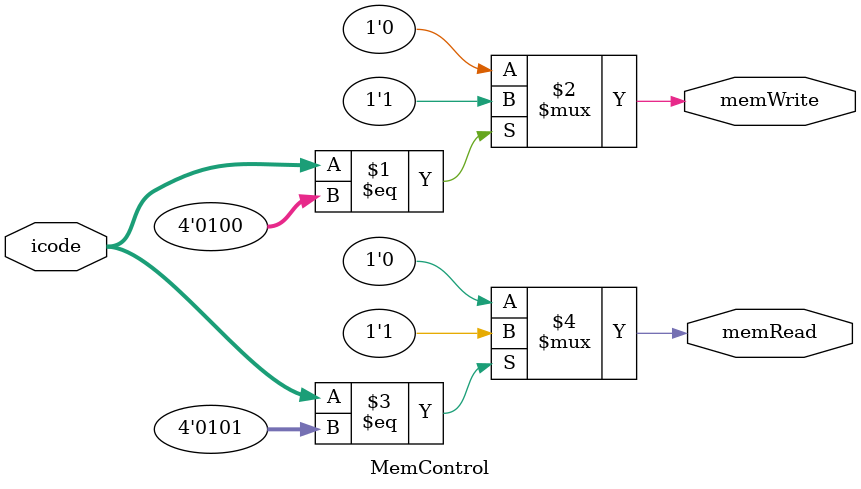
<source format=v>
module MemControl (
    input [3:0] icode,
    output memWrite,
    output memRead
);
    assign memWrite = (icode == 4'h4) ? 1'b1 : 1'b0;
    assign memRead  = (icode == 4'h5) ? 1'b1 : 1'b0;
endmodule

</source>
